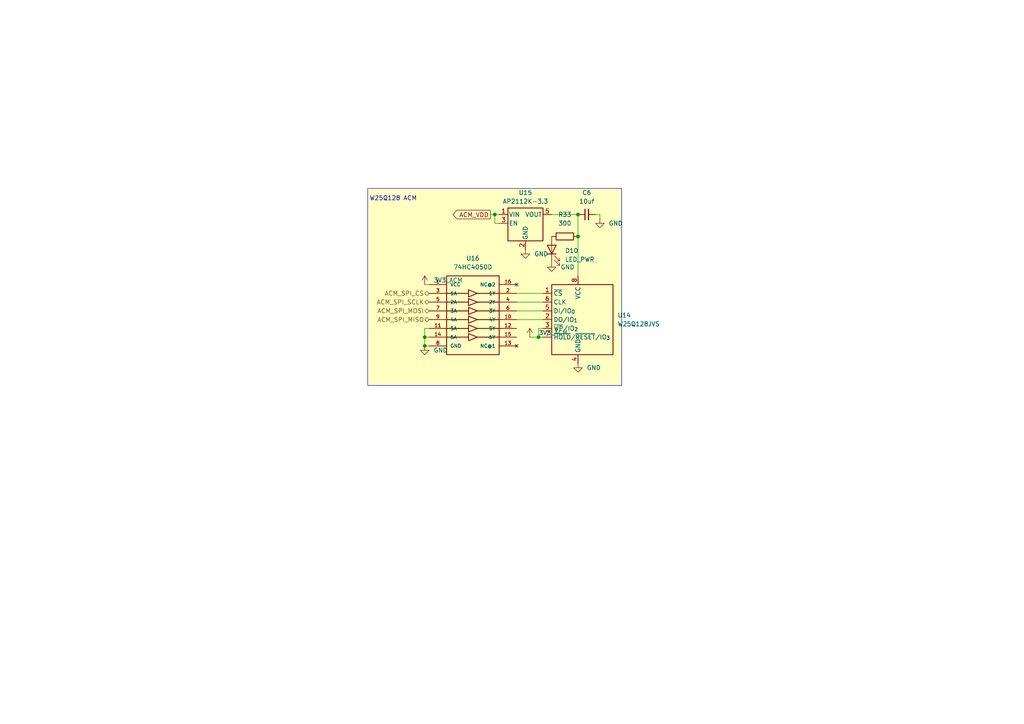
<source format=kicad_sch>
(kicad_sch (version 20250114) (generator "eeschema") (generator_version "9.0")
  (paper "A4")
  (title_block (date "2025-06") (rev "2"))
  (lib_symbols
    (symbol "74HC4050D:74HC4050D" (pin_names (offset 1.016))
      (property "Reference" "U" (at -7.38 11.9607 0))
      (property "Value" "74HC4050D" (at -7.6329 -13.7392 0))
      (symbol "74HC4050D_0_0"
        (polyline (pts (xy -7.62 6.35) (xy -1.27 6.35)) (stroke (width 0.254)))
        (polyline (pts (xy -7.62 3.81) (xy -1.27 3.81)) (stroke (width 0.254)))
        (polyline (pts (xy -7.62 1.27) (xy -1.27 1.27)) (stroke (width 0.254)))
        (polyline (pts (xy -7.62 -1.27) (xy -1.27 -1.27)) (stroke (width 0.254)))
        (polyline (pts (xy -7.62 -3.81) (xy -1.27 -3.81)) (stroke (width 0.254)))
        (polyline (pts (xy -7.62 -6.35) (xy -1.27 -6.35)) (stroke (width 0.254)))
        (rectangle (start -7.62 -11.43) (end 7.62 11.43) (stroke (width 0.254)) (fill (type background)))
        (polyline (pts (xy -1.27 7.366) (xy -1.27 6.35)) (stroke (width 0.254)))
        (polyline (pts (xy -1.27 6.35) (xy -1.27 5.334)) (stroke (width 0.254)))
        (polyline (pts (xy -1.27 5.334) (xy 1.27 6.35)) (stroke (width 0.254)))
        (polyline (pts (xy -1.27 4.826) (xy -1.27 3.81)) (stroke (width 0.254)))
        (polyline (pts (xy -1.27 2.794) (xy -1.27 3.81)) (stroke (width 0.254)))
        (polyline (pts (xy -1.27 2.794) (xy 1.27 3.81)) (stroke (width 0.254)))
        (polyline (pts (xy -1.27 2.286) (xy -1.27 1.27)) (stroke (width 0.254)))
        (polyline (pts (xy -1.27 1.27) (xy -1.27 0.254)) (stroke (width 0.254)))
        (polyline (pts (xy -1.27 0.254) (xy 1.27 1.27)) (stroke (width 0.254)))
        (polyline (pts (xy -1.27 -0.254) (xy -1.27 -1.27)) (stroke (width 0.254)))
        (polyline (pts (xy -1.27 -2.286) (xy -1.27 -1.27)) (stroke (width 0.254)))
        (polyline (pts (xy -1.27 -2.286) (xy 1.27 -1.27)) (stroke (width 0.254)))
        (polyline (pts (xy -1.27 -2.794) (xy -1.27 -3.81)) (stroke (width 0.254)))
        (polyline (pts (xy -1.27 -3.81) (xy -1.27 -4.826)) (stroke (width 0.254)))
        (polyline (pts (xy -1.27 -4.826) (xy 1.27 -3.81)) (stroke (width 0.254)))
        (polyline (pts (xy -1.27 -5.334) (xy -1.27 -6.35)) (stroke (width 0.254)))
        (polyline (pts (xy -1.27 -7.366) (xy -1.27 -6.35)) (stroke (width 0.254)))
        (polyline (pts (xy -1.27 -7.366) (xy 1.27 -6.35)) (stroke (width 0.254)))
        (polyline (pts (xy 1.27 6.35) (xy -1.27 7.366)) (stroke (width 0.254)))
        (polyline (pts (xy 1.27 3.81) (xy -1.27 4.826)) (stroke (width 0.254)))
        (polyline (pts (xy 1.27 1.27) (xy -1.27 2.286)) (stroke (width 0.254)))
        (polyline (pts (xy 1.27 -1.27) (xy -1.27 -0.254)) (stroke (width 0.254)))
        (polyline (pts (xy 1.27 -3.81) (xy -1.27 -2.794)) (stroke (width 0.254)))
        (polyline (pts (xy 1.27 -6.35) (xy -1.27 -5.334)) (stroke (width 0.254)))
        (polyline (pts (xy 7.62 6.35) (xy 1.27 6.35)) (stroke (width 0.254)))
        (polyline (pts (xy 7.62 3.81) (xy 1.27 3.81)) (stroke (width 0.254)))
        (polyline (pts (xy 7.62 1.27) (xy 1.27 1.27)) (stroke (width 0.254)))
        (polyline (pts (xy 7.62 -1.27) (xy 1.27 -1.27)) (stroke (width 0.254)))
        (polyline (pts (xy 7.62 -3.81) (xy 1.27 -3.81)) (stroke (width 0.254)))
        (polyline (pts (xy 7.62 -6.35) (xy 1.27 -6.35)) (stroke (width 0.254)))
        (pin power_in line (at -12.7 8.89 0) (length 5.08) (name "VCC") (number "1"))
        (pin input line (at -12.7 6.35 0) (length 5.08) (name "1A") (number "3"))
        (pin input line (at -12.7 3.81 0) (length 5.08) (name "2A") (number "5"))
        (pin input line (at -12.7 1.27 0) (length 5.08) (name "3A") (number "7"))
        (pin input line (at -12.7 -1.27 0) (length 5.08) (name "4A") (number "9"))
        (pin input line (at -12.7 -3.81 0) (length 5.08) (name "5A") (number "11"))
        (pin input line (at -12.7 -6.35 0) (length 5.08) (name "6A") (number "14"))
        (pin power_in line (at -12.7 -8.89 0) (length 5.08) (name "GND") (number "8"))
        (pin no_connect line (at 12.7 8.89 180) (length 5.08) (name "NC@2") (number "16"))
        (pin output line (at 12.7 6.35 180) (length 5.08) (name "1Y") (number "2"))
        (pin output line (at 12.7 3.81 180) (length 5.08) (name "2Y") (number "4"))
        (pin output line (at 12.7 1.27 180) (length 5.08) (name "3Y") (number "6"))
        (pin output line (at 12.7 -1.27 180) (length 5.08) (name "4Y") (number "10"))
        (pin output line (at 12.7 -3.81 180) (length 5.08) (name "5Y") (number "12"))
        (pin output line (at 12.7 -6.35 180) (length 5.08) (name "6Y") (number "15"))
        (pin no_connect line (at 12.7 -8.89 180) (length 5.08) (name "NC@1") (number "13"))
      )
    )
    (symbol "Device:C_Small" (pin_numbers (hide yes)) (pin_names (offset 0.254) (hide yes))
      (property "Reference" "C" (at 0.254 1.778 0))
      (property "Value" "C_Small" (at 0.254 -2.032 0))
      (symbol "C_Small_0_1"
        (polyline (pts (xy -1.524 0.508) (xy 1.524 0.508)) (stroke (width 0.3048)))
        (polyline (pts (xy -1.524 -0.508) (xy 1.524 -0.508)) (stroke (width 0.3302)))
      )
      (symbol "C_Small_1_1"
        (pin passive line (at 0 2.54 270) (length 2.032) (name "~") (number "1"))
        (pin passive line (at 0 -2.54 90) (length 2.032) (name "~") (number "2"))
      )
    )
    (symbol "Device:LED" (pin_numbers (hide yes)) (pin_names (offset 1.016) (hide yes))
      (property "Reference" "D" (at 0 2.54 0))
      (property "Value" "LED" (at 0 -2.54 0))
      (symbol "LED_0_1"
        (polyline (pts (xy -3.048 -0.762) (xy -4.572 -2.286) (xy -3.81 -2.286) (xy -4.572 -2.286) (xy -4.572 -1.524)))
        (polyline (pts (xy -1.778 -0.762) (xy -3.302 -2.286) (xy -2.54 -2.286) (xy -3.302 -2.286) (xy -3.302 -1.524)))
        (polyline (pts (xy -1.27 0) (xy 1.27 0)))
        (polyline (pts (xy -1.27 -1.27) (xy -1.27 1.27)) (stroke (width 0.254)))
        (polyline (pts (xy 1.27 -1.27) (xy 1.27 1.27) (xy -1.27 0) (xy 1.27 -1.27)) (stroke (width 0.254)))
      )
      (symbol "LED_1_1"
        (pin passive line (at -3.81 0 0) (length 2.54) (name "K") (number "1"))
        (pin passive line (at 3.81 0 180) (length 2.54) (name "A") (number "2"))
      )
    )
    (symbol "Device:R" (pin_numbers (hide yes)) (pin_names (offset 0))
      (property "Reference" "R" (at 2.032 0 90))
      (property "Value" "R" (at 0 0 90))
      (symbol "R_0_1"
        (rectangle (start -1.016 -2.54) (end 1.016 2.54) (stroke (width 0.254)))
      )
      (symbol "R_1_1"
        (pin passive line (at 0 3.81 270) (length 1.27) (name "~") (number "1"))
        (pin passive line (at 0 -3.81 90) (length 1.27) (name "~") (number "2"))
      )
    )
    (symbol "Memory_Flash:W25Q128JVS"
      (property "Reference" "U" (at -6.35 11.43 0))
      (property "Value" "W25Q128JVS" (at 7.62 11.43 0))
      (symbol "W25Q128JVS_0_1"
        (rectangle (start -7.62 10.16) (end 10.16 -10.16) (stroke (width 0.254)) (fill (type background)))
      )
      (symbol "W25Q128JVS_1_1"
        (pin input line (at -10.16 7.62 0) (length 2.54) (name "~{CS}") (number "1"))
        (pin input line (at -10.16 5.08 0) (length 2.54) (name "CLK") (number "6"))
        (pin bidirectional line (at -10.16 2.54 0) (length 2.54) (name "DI/IO_{0}") (number "5"))
        (pin bidirectional line (at -10.16 0 0) (length 2.54) (name "DO/IO_{1}") (number "2"))
        (pin bidirectional line (at -10.16 -2.54 0) (length 2.54) (name "~{WP}/IO_{2}") (number "3"))
        (pin bidirectional line (at -10.16 -5.08 0) (length 2.54) (name "~{HOLD}/~{RESET}/IO_{3}") (number "7"))
        (pin power_in line (at 0 12.7 270) (length 2.54) (name "VCC") (number "8"))
        (pin power_in line (at 0 -12.7 90) (length 2.54) (name "GND") (number "4"))
      )
    )
    (symbol "Regulator_Linear:AP2112K-3.3" (pin_names (offset 0.254))
      (property "Reference" "U" (at -5.08 5.715 0))
      (property "Value" "AP2112K-3.3" (at 0 5.715 0))
      (symbol "AP2112K-3.3_0_1"
        (rectangle (start -5.08 4.445) (end 5.08 -5.08) (stroke (width 0.254)) (fill (type background)))
      )
      (symbol "AP2112K-3.3_1_1"
        (pin power_in line (at -7.62 2.54 0) (length 2.54) (name "VIN") (number "1"))
        (pin input line (at -7.62 0 0) (length 2.54) (name "EN") (number "3"))
        (pin power_in line (at 0 -7.62 90) (length 2.54) (name "GND") (number "2"))
        (pin no_connect line (at 5.08 0 180) (length 2.54) (hide yes) (name "NC") (number "4"))
        (pin power_out line (at 7.62 2.54 180) (length 2.54) (name "VOUT") (number "5"))
      )
    )
    (symbol "power:+3V3" (power) (pin_numbers (hide yes)) (pin_names (offset 0) (hide yes))
      (property "Value" "+3V3" (at 0 3.556 0))
      (symbol "+3V3_0_1"
        (polyline (pts (xy -0.762 1.27) (xy 0 2.54)))
        (polyline (pts (xy 0 2.54) (xy 0.762 1.27)))
        (polyline (pts (xy 0 0) (xy 0 2.54)))
      )
      (symbol "+3V3_1_1"
        (pin power_in line (at 0 0 90) (length 0) (name "~") (number "1"))
      )
    )
    (symbol "power:GND" (power) (pin_numbers (hide yes)) (pin_names (offset 0) (hide yes))
      (property "Value" "GND" (at 0 -3.81 0))
      (symbol "GND_0_1"
        (polyline (pts (xy 0 0) (xy 0 -1.27) (xy 1.27 -1.27) (xy 0 -2.54) (xy -1.27 -1.27) (xy 0 -1.27)))
      )
      (symbol "GND_1_1"
        (pin power_in line (at 0 0 270) (length 0) (name "~") (number "1"))
      )
    )
  )
  (rectangle (start 106.68 54.61) (end 180.34 111.76) (fill (type color) (color 255 255 194 1)))
  (text "W25Q128 ACM" (at 114.046 57.658 0) (effects (font (size 1.27 1.27))))
  (junction (at 167.64 62.23))
  (junction (at 143.51 62.23))
  (junction (at 123.19 97.79))
  (junction (at 156.21 97.79))
  (junction (at 123.19 100.33))
  (junction (at 167.64 68.58))
  (wire (pts (xy 123.19 100.33) (xy 124.46 100.33)))
  (wire (pts (xy 156.21 97.79) (xy 156.21 95.25)))
  (wire (pts (xy 143.51 62.23) (xy 144.78 62.23)))
  (wire (pts (xy 149.86 92.71) (xy 157.48 92.71)))
  (wire (pts (xy 149.86 85.09) (xy 157.48 85.09)))
  (wire (pts (xy 156.21 97.79) (xy 153.67 97.79)))
  (wire (pts (xy 142.24 62.23) (xy 143.51 62.23)))
  (wire (pts (xy 157.48 95.25) (xy 156.21 95.25)))
  (wire (pts (xy 167.64 62.23) (xy 167.64 68.58)))
  (wire (pts (xy 160.02 62.23) (xy 167.64 62.23)))
  (wire (pts (xy 149.86 87.63) (xy 157.48 87.63)))
  (wire (pts (xy 123.19 82.55) (xy 124.46 82.55)))
  (wire (pts (xy 173.99 63.5) (xy 173.99 62.23)))
  (wire (pts (xy 124.46 95.25) (xy 123.19 95.25)))
  (wire (pts (xy 173.99 62.23) (xy 172.72 62.23)))
  (wire (pts (xy 167.64 68.58) (xy 167.64 80.01)))
  (wire (pts (xy 124.46 97.79) (xy 123.19 97.79)))
  (wire (pts (xy 123.19 95.25) (xy 123.19 97.79)))
  (wire (pts (xy 144.78 64.77) (xy 143.51 64.77)))
  (wire (pts (xy 149.86 90.17) (xy 157.48 90.17)))
  (wire (pts (xy 123.19 97.79) (xy 123.19 100.33)))
  (wire (pts (xy 156.21 97.79) (xy 157.48 97.79)))
  (wire (pts (xy 143.51 64.77) (xy 143.51 62.23)))
  (global_label "ACM_VDD" (shape output) (at 142.24 62.23 180) (property "Intersheetrefs" "${INTERSHEET_REFS}" (effects (hide yes))))
  (hierarchical_label "ACM_SPI_CS" (shape bidirectional) (at 124.46 85.09 180))
  (hierarchical_label "ACM_SPI_MISO" (shape bidirectional) (at 124.46 92.71 180))
  (hierarchical_label "ACM_SPI_MOSI" (shape bidirectional) (at 124.46 90.17 180))
  (hierarchical_label "ACM_SPI_SCLK" (shape bidirectional) (at 124.46 87.63 180))
  (symbol (lib_id "power:+3V3") (at 123.19 82.55 0) (unit 1)
    (property "Reference" "#PWR03" (effects (hide yes)))
    (property "Value" "3V3_ACM" (at 125.73 81.2799 0) (effects (justify left)))
    (property "Description" "Power symbol creates a global label with name \"+3V3\"" (effects (hide yes)))
  )
  (symbol (lib_id "power:GND") (at 152.4 72.39 0) (unit 1)
    (property "Reference" "#PWR084" (effects (hide yes)))
    (property "Value" "GND" (at 154.94 73.6599 0) (effects (justify left)))
    (property "Description" "Power symbol creates a global label with name \"GND\" , ground" (effects (hide yes)))
  )
  (symbol (lib_id "Device:LED") (at 160.02 72.39 90) (unit 1)
    (property "Reference" "D10" (at 163.83 72.7074 90) (effects (justify right)))
    (property "Value" "LED_PWR" (at 163.83 75.2474 90) (effects (justify right)))
    (property "Footprint" "LED_SMD:LED_0603_1608Metric" (effects (hide yes)))
    (property "Description" "Light emitting diode" (effects (hide yes)))
    (property "Sim.Pins" "1=K 2=A" (effects (hide yes)))
  )
  (symbol (lib_id "power:+3V3") (at 153.67 97.79 0) (unit 1)
    (property "Reference" "#PWR05" (effects (hide yes)))
    (property "Value" "3V3_ACM" (at 156.21 96.5199 0) (effects (justify left)))
    (property "Description" "Power symbol creates a global label with name \"+3V3\"" (effects (hide yes)))
  )
  (symbol (lib_id "Memory_Flash:W25Q128JVS") (at 167.64 92.71 0) (unit 1)
    (property "Reference" "U14" (at 179.07 91.4399 0) (effects (justify left)))
    (property "Value" "W25Q128JVS" (at 179.07 93.9799 0) (effects (justify left)))
    (property "Footprint" "Package_SO:SOIC-8_5.3x5.3mm_P1.27mm" (effects (hide yes)))
    (property "Datasheet" "https://www.winbond.com/resource-files/w25q128jv_dtr%20revc%2003272018%20plus.pdf" (effects (hide yes)))
    (property "Description" "128Mbit / 16MiB Serial Flash Memory, Standard/Dual/Quad SPI, 2.7-3.6V, SOIC-8" (effects (hide yes)))
  )
  (symbol (lib_id "74HC4050D:74HC4050D") (at 137.16 91.44 0) (unit 1)
    (property "Reference" "U16" (at 137.16 74.93 0))
    (property "Value" "74HC4050D" (at 137.16 77.47 0))
    (property "Footprint" "74HC4050D:SO16" (effects (hide yes)))
    (property "MF" "Toshiba" (effects (hide yes)))
    (property "Description_1" "Buffer, Non-Inverting 6 Element 1 Bit per Element - Output 16-SOIC" (effects (hide yes)))
    (property "Package" "SOIC-16 ON Semiconductor" (effects (hide yes)))
    (property "Price" "None" (effects (hide yes)))
    (property "SnapEDA_Link" "https://www.snapeda.com/parts/74HC4050D/Toshiba/view-part/?ref=snap" (effects (hide yes)))
    (property "MP" "74HC4050D" (effects (hide yes)))
    (property "Availability" "In Stock" (effects (hide yes)))
    (property "Check_prices" "https://www.snapeda.com/parts/74HC4050D/Toshiba/view-part/?ref=eda" (effects (hide yes)))
  )
  (symbol (lib_id "power:GND") (at 167.64 105.41 0) (unit 1)
    (property "Reference" "#PWR083" (effects (hide yes)))
    (property "Value" "GND" (at 170.18 106.6799 0) (effects (justify left)))
    (property "Description" "Power symbol creates a global label with name \"GND\" , ground" (effects (hide yes)))
  )
  (symbol (lib_id "Regulator_Linear:AP2112K-3.3") (at 152.4 64.77 0) (unit 1)
    (property "Reference" "U15" (at 152.4 55.88 0))
    (property "Value" "AP2112K-3.3" (at 152.4 58.42 0))
    (property "Footprint" "Package_TO_SOT_SMD:SOT-23-5" (effects (hide yes)))
    (property "Datasheet" "https://www.diodes.com/assets/Datasheets/AP2112.pdf" (effects (hide yes)))
    (property "Description" "600mA low dropout linear regulator, with enable pin, 3.8V-6V input voltage range, 3.3V fixed positive output, SOT-23-5" (effects (hide yes)))
  )
  (symbol (lib_id "power:GND") (at 160.02 76.2 0) (unit 1)
    (property "Reference" "#PWR087" (effects (hide yes)))
    (property "Value" "GND" (at 162.56 77.4699 0) (effects (justify left)))
    (property "Description" "Power symbol creates a global label with name \"GND\" , ground" (effects (hide yes)))
  )
  (symbol (lib_id "Device:R") (at 163.83 68.58 270) (unit 1)
    (property "Reference" "R33" (at 163.83 62.23 90))
    (property "Value" "300" (at 163.83 64.77 90))
    (property "Footprint" "Resistor_SMD:R_0805_2012Metric_Pad1.20x1.40mm_HandSolder" (effects (hide yes)))
    (property "Description" "Resistor" (effects (hide yes)))
    (property "DigiKey_Part_Number" "311-10.0KCRCT-ND" (effects (hide yes)))
    (property "Price" "0.0129" (effects (hide yes)))
  )
  (symbol (lib_id "power:GND") (at 173.99 63.5 0) (unit 1)
    (property "Reference" "#PWR086" (effects (hide yes)))
    (property "Value" "GND" (at 176.53 64.7699 0) (effects (justify left)))
    (property "Description" "Power symbol creates a global label with name \"GND\" , ground" (effects (hide yes)))
  )
  (symbol (lib_id "Device:C_Small") (at 170.18 62.23 90) (unit 1)
    (property "Reference" "C6" (at 170.1863 55.88 90))
    (property "Value" "10uf" (at 170.1863 58.42 90))
    (property "Footprint" "Capacitor_SMD:C_0805_2012Metric" (effects (hide yes)))
    (property "Description" "Unpolarized capacitor, small symbol" (effects (hide yes)))
  )
  (symbol (lib_id "power:GND") (at 123.19 100.33 0) (unit 1)
    (property "Reference" "#PWR085" (effects (hide yes)))
    (property "Value" "GND" (at 125.73 101.5999 0) (effects (justify left)))
    (property "Description" "Power symbol creates a global label with name \"GND\" , ground" (effects (hide yes)))
  )
)
</source>
